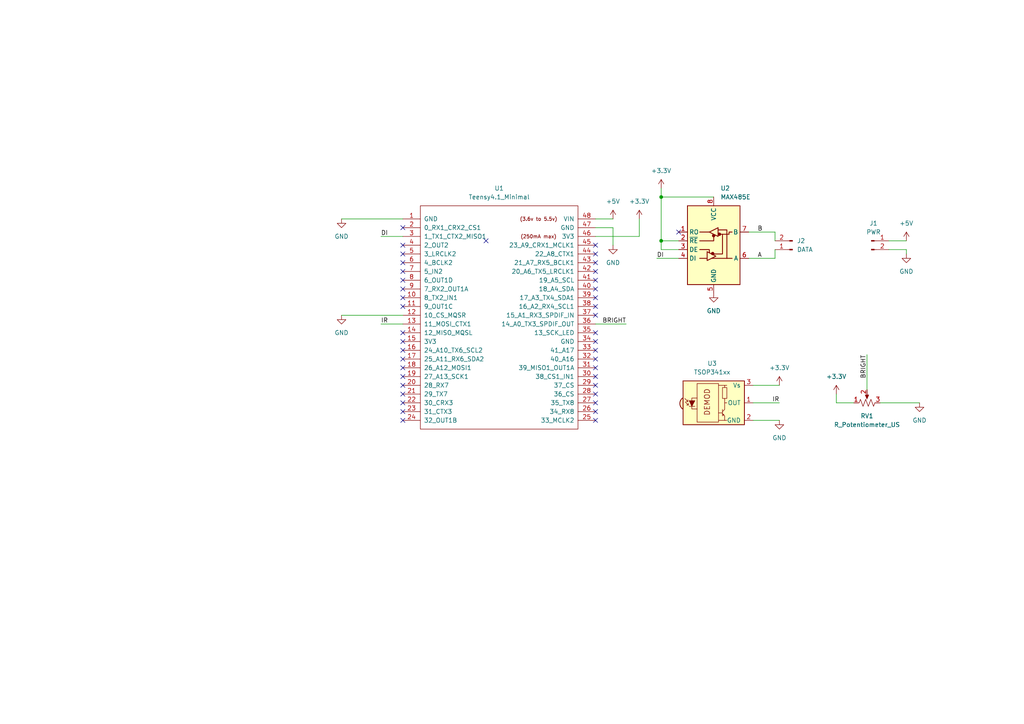
<source format=kicad_sch>
(kicad_sch (version 20230121) (generator eeschema)
  (paper "A4")
  (lib_symbols
    (symbol "Connector:Conn_01x02_Pin" (pin_names (offset 1.016) hide)
      (property "Reference" "J" (at 0 2.54 0))
      (property "Value" "Conn_01x02_Pin" (at 0 -5.08 0))
      (symbol "Conn_01x02_Pin_1_1"
        (polyline (pts (xy 1.27 -2.54) (xy 0.8636 -2.54)) (stroke (width 0.1524)))
        (polyline (pts (xy 1.27 0) (xy 0.8636 0)) (stroke (width 0.1524)))
        (rectangle (start 0.8636 -2.413) (end 0 -2.667) (stroke (width 0.1524)) (fill (type outline)))
        (rectangle (start 0.8636 0.127) (end 0 -0.127) (stroke (width 0.1524)) (fill (type outline)))
        (pin passive line (at 5.08 0 180) (length 3.81) (name "Pin_1") (number "1"))
        (pin passive line (at 5.08 -2.54 180) (length 3.81) (name "Pin_2") (number "2"))
      )
    )
    (symbol "Device:R_Potentiometer_US" (pin_names (offset 1.016) hide)
      (property "Reference" "RV" (at -4.445 0 90))
      (property "Value" "R_Potentiometer_US" (at -2.54 0 90))
      (symbol "R_Potentiometer_US_0_1"
        (polyline (pts (xy 0 -2.286) (xy 0 -2.54)))
        (polyline (pts (xy 0 2.54) (xy 0 2.286)))
        (polyline (pts (xy 2.54 0) (xy 1.524 0)))
        (polyline (pts (xy 1.143 0) (xy 2.286 0.508) (xy 2.286 -0.508) (xy 1.143 0)) (fill (type outline)))
        (polyline (pts (xy 0 -0.762) (xy 1.016 -1.143) (xy 0 -1.524) (xy -1.016 -1.905) (xy 0 -2.286)))
        (polyline (pts (xy 0 0.762) (xy 1.016 0.381) (xy 0 0) (xy -1.016 -0.381) (xy 0 -0.762)))
        (polyline (pts (xy 0 2.286) (xy 1.016 1.905) (xy 0 1.524) (xy -1.016 1.143) (xy 0 0.762)))
      )
      (symbol "R_Potentiometer_US_1_1"
        (pin passive line (at 0 3.81 270) (length 1.27) (name "1") (number "1"))
        (pin passive line (at 3.81 0 180) (length 1.27) (name "2") (number "2"))
        (pin passive line (at 0 -3.81 90) (length 1.27) (name "3") (number "3"))
      )
    )
    (symbol "Interface_Optical:TSOP341xx" (pin_names (offset 1.016))
      (property "Reference" "U" (at -10.16 7.62 0))
      (property "Value" "TSOP341xx" (at -10.16 -7.62 0))
      (symbol "TSOP341xx_0_0"
        (arc (start -10.287 1.397) (mid -11.0899 -0.1852) (end -10.287 -1.778) (stroke (width 0.254)) (fill (type background)))
        (polyline (pts (xy 1.905 -5.08) (xy 0.127 -5.08)))
        (polyline (pts (xy 1.905 5.08) (xy 0.127 5.08)))
        (text "DEMOD" (at -3.175 0.254 900) (effects (font (size 1.524 1.524))))
      )
      (symbol "TSOP341xx_0_1"
        (rectangle (start -6.096 5.588) (end 0.127 -5.588))
        (polyline (pts (xy -8.763 0.381) (xy -9.652 1.27)))
        (polyline (pts (xy -8.763 0.381) (xy -9.271 0.381)))
        (polyline (pts (xy -8.763 0.381) (xy -8.763 0.889)))
        (polyline (pts (xy -8.636 -0.635) (xy -9.525 0.254)))
        (polyline (pts (xy -8.636 -0.635) (xy -9.144 -0.635)))
        (polyline (pts (xy -8.636 -0.635) (xy -8.636 -0.127)))
        (polyline (pts (xy -8.382 -1.016) (xy -6.731 -1.016)))
        (polyline (pts (xy 1.27 -2.921) (xy 0.127 -2.921)))
        (polyline (pts (xy 1.27 -1.905) (xy 1.27 -3.81)))
        (polyline (pts (xy 1.397 -3.556) (xy 1.524 -3.556)))
        (polyline (pts (xy 1.651 -3.556) (xy 1.524 -3.556)))
        (polyline (pts (xy 1.651 -3.556) (xy 1.651 -3.302)))
        (polyline (pts (xy 1.905 0) (xy 1.905 1.27)))
        (polyline (pts (xy 1.905 4.445) (xy 1.905 5.08) (xy 2.54 5.08)))
        (polyline (pts (xy -8.382 0.635) (xy -6.731 0.635) (xy -7.62 -1.016) (xy -8.382 0.635)) (fill (type outline)))
        (polyline (pts (xy -6.096 1.397) (xy -7.62 1.397) (xy -7.62 -1.778) (xy -6.096 -1.778)))
        (polyline (pts (xy 1.27 -3.175) (xy 1.905 -3.81) (xy 1.905 -5.08) (xy 2.54 -5.08)))
        (polyline (pts (xy 1.27 -2.54) (xy 1.905 -1.905) (xy 1.905 0) (xy 2.54 0)))
        (rectangle (start 2.54 1.27) (end 1.27 4.445))
        (rectangle (start 7.62 6.35) (end -10.16 -6.35) (stroke (width 0.254)) (fill (type background)))
      )
      (symbol "TSOP341xx_1_1"
        (pin output line (at 10.16 0 180) (length 2.54) (name "OUT") (number "1"))
        (pin power_in line (at 10.16 -5.08 180) (length 2.54) (name "GND") (number "2"))
        (pin power_in line (at 10.16 5.08 180) (length 2.54) (name "Vs") (number "3"))
      )
    )
    (symbol "Interface_UART:MAX485E"
      (property "Reference" "U" (at -6.096 11.43 0))
      (property "Value" "MAX485E" (at 0.762 11.43 0))
      (symbol "MAX485E_0_1"
        (rectangle (start -7.62 10.16) (end 7.62 -12.7) (stroke (width 0.254)) (fill (type background)))
        (circle (center -0.3048 -3.683) (radius 0.3556) (stroke (width 0.254)) (fill (type outline)))
        (circle (center -0.0254 1.4986) (radius 0.3556) (stroke (width 0.254)) (fill (type outline)))
        (polyline (pts (xy -4.064 -5.08) (xy -1.905 -5.08)) (stroke (width 0.254)))
        (polyline (pts (xy -4.064 2.54) (xy -1.27 2.54)) (stroke (width 0.254)))
        (polyline (pts (xy -1.27 -3.2004) (xy -1.27 -3.4544)) (stroke (width 0.254)))
        (polyline (pts (xy -0.635 -5.08) (xy 5.334 -5.08)) (stroke (width 0.254)))
        (polyline (pts (xy -4.064 -2.54) (xy -1.27 -2.54) (xy -1.27 -3.175)) (stroke (width 0.254)))
        (polyline (pts (xy 0 1.27) (xy 0 0) (xy -4.064 0)) (stroke (width 0.254)))
        (polyline (pts (xy 1.27 3.175) (xy 3.81 3.175) (xy 3.81 -5.08)) (stroke (width 0.254)))
        (polyline (pts (xy 2.54 1.905) (xy 2.54 -3.81) (xy 0 -3.81)) (stroke (width 0.254)))
        (polyline (pts (xy -1.905 -3.175) (xy -1.905 -5.715) (xy 0.635 -4.445) (xy -1.905 -3.175)) (stroke (width 0.254)))
        (polyline (pts (xy -1.27 2.54) (xy 1.27 3.81) (xy 1.27 1.27) (xy -1.27 2.54)) (stroke (width 0.254)))
        (polyline (pts (xy 1.905 1.905) (xy 4.445 1.905) (xy 4.445 2.54) (xy 5.334 2.54)) (stroke (width 0.254)))
        (rectangle (start 1.27 3.175) (end 1.27 3.175))
        (circle (center 1.651 1.905) (radius 0.3556) (stroke (width 0.254)) (fill (type outline)))
      )
      (symbol "MAX485E_1_1"
        (pin output line (at -10.16 2.54 0) (length 2.54) (name "RO") (number "1"))
        (pin input line (at -10.16 0 0) (length 2.54) (name "~{RE}") (number "2"))
        (pin input line (at -10.16 -2.54 0) (length 2.54) (name "DE") (number "3"))
        (pin input line (at -10.16 -5.08 0) (length 2.54) (name "DI") (number "4"))
        (pin power_in line (at 0 -15.24 90) (length 2.54) (name "GND") (number "5"))
        (pin bidirectional line (at 10.16 -5.08 180) (length 2.54) (name "A") (number "6"))
        (pin bidirectional line (at 10.16 2.54 180) (length 2.54) (name "B") (number "7"))
        (pin power_in line (at 0 12.7 270) (length 2.54) (name "VCC") (number "8"))
      )
    )
    (symbol "Joels KiCad Symbol Library:Teensy4.1_Minimal" (pin_names (offset 1.016))
      (property "Reference" "U" (at 0 62.23 0))
      (property "Value" "Teensy4.1_Minimal" (at 1.27 59.69 0))
      (symbol "Teensy4.1_Minimal_0_0"
        (text "(250mA max)" (at 11.43 49.53 0) (effects (font (size 1.016 1.016))))
        (text "(3.6v to 5.5v)" (at 11.43 54.61 0) (effects (font (size 1.016 1.016))))
        (pin bidirectional line (at -27.94 31.75 0) (length 5.08) (name "8_TX2_IN1") (number "10"))
        (pin bidirectional line (at -27.94 29.21 0) (length 5.08) (name "9_OUT1C") (number "11"))
        (pin bidirectional line (at -27.94 26.67 0) (length 5.08) (name "10_CS_MQSR") (number "12"))
        (pin bidirectional line (at -27.94 24.13 0) (length 5.08) (name "11_MOSI_CTX1") (number "13"))
        (pin bidirectional line (at -27.94 21.59 0) (length 5.08) (name "12_MISO_MQSL") (number "14"))
        (pin power_in line (at -27.94 19.05 0) (length 5.08) (name "3V3") (number "15"))
        (pin bidirectional line (at -27.94 16.51 0) (length 5.08) (name "24_A10_TX6_SCL2") (number "16"))
        (pin bidirectional line (at -27.94 13.97 0) (length 5.08) (name "25_A11_RX6_SDA2") (number "17"))
        (pin bidirectional line (at -27.94 11.43 0) (length 5.08) (name "26_A12_MOSI1") (number "18"))
        (pin bidirectional line (at -27.94 8.89 0) (length 5.08) (name "27_A13_SCK1") (number "19"))
        (pin bidirectional line (at -27.94 6.35 0) (length 5.08) (name "28_RX7") (number "20"))
        (pin bidirectional line (at -27.94 3.81 0) (length 5.08) (name "29_TX7") (number "21"))
        (pin bidirectional line (at -27.94 1.27 0) (length 5.08) (name "30_CRX3") (number "22"))
        (pin bidirectional line (at -27.94 -1.27 0) (length 5.08) (name "31_CTX3") (number "23"))
        (pin bidirectional line (at -27.94 -3.81 0) (length 5.08) (name "32_OUT1B") (number "24"))
        (pin bidirectional line (at 27.94 -3.81 180) (length 5.08) (name "33_MCLK2") (number "25"))
        (pin bidirectional line (at 27.94 -1.27 180) (length 5.08) (name "34_RX8") (number "26"))
        (pin bidirectional line (at 27.94 1.27 180) (length 5.08) (name "35_TX8") (number "27"))
        (pin bidirectional line (at 27.94 3.81 180) (length 5.08) (name "36_CS") (number "28"))
        (pin bidirectional line (at 27.94 6.35 180) (length 5.08) (name "37_CS") (number "29"))
        (pin bidirectional line (at 27.94 8.89 180) (length 5.08) (name "38_CS1_IN1") (number "30"))
        (pin bidirectional line (at 27.94 11.43 180) (length 5.08) (name "39_MISO1_OUT1A") (number "31"))
        (pin bidirectional line (at 27.94 13.97 180) (length 5.08) (name "40_A16") (number "32"))
        (pin bidirectional line (at 27.94 16.51 180) (length 5.08) (name "41_A17") (number "33"))
        (pin bidirectional line (at 27.94 21.59 180) (length 5.08) (name "13_SCK_LED") (number "35"))
        (pin bidirectional line (at 27.94 24.13 180) (length 5.08) (name "14_A0_TX3_SPDIF_OUT") (number "36"))
        (pin bidirectional line (at 27.94 26.67 180) (length 5.08) (name "15_A1_RX3_SPDIF_IN") (number "37"))
        (pin bidirectional line (at 27.94 29.21 180) (length 5.08) (name "16_A2_RX4_SCL1") (number "38"))
        (pin bidirectional line (at 27.94 31.75 180) (length 5.08) (name "17_A3_TX4_SDA1") (number "39"))
        (pin bidirectional line (at 27.94 34.29 180) (length 5.08) (name "18_A4_SDA") (number "40"))
        (pin bidirectional line (at 27.94 36.83 180) (length 5.08) (name "19_A5_SCL") (number "41"))
        (pin bidirectional line (at 27.94 39.37 180) (length 5.08) (name "20_A6_TX5_LRCLK1") (number "42"))
        (pin bidirectional line (at 27.94 41.91 180) (length 5.08) (name "21_A7_RX5_BCLK1") (number "43"))
        (pin bidirectional line (at 27.94 44.45 180) (length 5.08) (name "22_A8_CTX1") (number "44"))
        (pin bidirectional line (at 27.94 46.99 180) (length 5.08) (name "23_A9_CRX1_MCLK1") (number "45"))
        (pin power_in line (at 27.94 49.53 180) (length 5.08) (name "3V3") (number "46"))
        (pin power_in line (at 27.94 52.07 180) (length 5.08) (name "GND") (number "47"))
        (pin power_in line (at 27.94 54.61 180) (length 5.08) (name "VIN") (number "48"))
        (pin bidirectional line (at -27.94 44.45 0) (length 5.08) (name "3_LRCLK2") (number "5"))
        (pin bidirectional line (at -27.94 41.91 0) (length 5.08) (name "4_BCLK2") (number "6"))
        (pin bidirectional line (at -27.94 39.37 0) (length 5.08) (name "5_IN2") (number "7"))
        (pin bidirectional line (at -27.94 36.83 0) (length 5.08) (name "6_OUT1D") (number "8"))
        (pin bidirectional line (at -27.94 34.29 0) (length 5.08) (name "7_RX2_OUT1A") (number "9"))
      )
      (symbol "Teensy4.1_Minimal_0_1"
        (rectangle (start -22.86 58.42) (end 22.86 -6.35))
        (rectangle (start -20.32 -1.27) (end -20.32 -1.27))
      )
      (symbol "Teensy4.1_Minimal_1_1"
        (pin power_in line (at -27.94 54.61 0) (length 5.08) (name "GND") (number "1"))
        (pin bidirectional line (at -27.94 52.07 0) (length 5.08) (name "0_RX1_CRX2_CS1") (number "2"))
        (pin bidirectional line (at -27.94 49.53 0) (length 5.08) (name "1_TX1_CTX2_MISO1") (number "3"))
        (pin power_in line (at 27.94 19.05 180) (length 5.08) (name "GND") (number "34"))
        (pin bidirectional line (at -27.94 46.99 0) (length 5.08) (name "2_OUT2") (number "4"))
      )
    )
    (symbol "power:+3.3V" (power) (pin_names (offset 0))
      (property "Value" "+3.3V" (at 0 3.556 0))
      (symbol "+3.3V_0_1"
        (polyline (pts (xy -0.762 1.27) (xy 0 2.54)))
        (polyline (pts (xy 0 0) (xy 0 2.54)))
        (polyline (pts (xy 0 2.54) (xy 0.762 1.27)))
      )
      (symbol "+3.3V_1_1"
        (pin power_in line (at 0 0 90) (length 0) hide (name "+3.3V") (number "1"))
      )
    )
    (symbol "power:+5V" (power) (pin_names (offset 0))
      (property "Value" "+5V" (at 0 3.556 0))
      (symbol "+5V_0_1"
        (polyline (pts (xy -0.762 1.27) (xy 0 2.54)))
        (polyline (pts (xy 0 0) (xy 0 2.54)))
        (polyline (pts (xy 0 2.54) (xy 0.762 1.27)))
      )
      (symbol "+5V_1_1"
        (pin power_in line (at 0 0 90) (length 0) hide (name "+5V") (number "1"))
      )
    )
    (symbol "power:GND" (power) (pin_names (offset 0))
      (property "Value" "GND" (at 0 -3.81 0))
      (symbol "GND_0_1"
        (polyline (pts (xy 0 0) (xy 0 -1.27) (xy 1.27 -1.27) (xy 0 -2.54) (xy -1.27 -1.27) (xy 0 -1.27)))
      )
      (symbol "GND_1_1"
        (pin power_in line (at 0 0 270) (length 0) hide (name "GND") (number "1"))
      )
    )
  )
  (junction (at 191.77 69.85))
  (junction (at 191.77 57.15))
  (no_connect (at 116.84 66.04))
  (no_connect (at 116.84 111.76))
  (no_connect (at 140.97 69.85))
  (no_connect (at 172.72 101.6))
  (no_connect (at 116.84 81.28))
  (no_connect (at 116.84 78.74))
  (no_connect (at 172.72 78.74))
  (no_connect (at 172.72 106.68))
  (no_connect (at 116.84 109.22))
  (no_connect (at 172.72 114.3))
  (no_connect (at 172.72 99.06))
  (no_connect (at 172.72 121.92))
  (no_connect (at 116.84 104.14))
  (no_connect (at 116.84 119.38))
  (no_connect (at 172.72 76.2))
  (no_connect (at 172.72 116.84))
  (no_connect (at 116.84 76.2))
  (no_connect (at 116.84 88.9))
  (no_connect (at 172.72 111.76))
  (no_connect (at 116.84 114.3))
  (no_connect (at 116.84 121.92))
  (no_connect (at 116.84 96.52))
  (no_connect (at 172.72 104.14))
  (no_connect (at 116.84 106.68))
  (no_connect (at 172.72 86.36))
  (no_connect (at 116.84 83.82))
  (no_connect (at 116.84 73.66))
  (no_connect (at 116.84 116.84))
  (no_connect (at 172.72 109.22))
  (no_connect (at 172.72 81.28))
  (no_connect (at 172.72 96.52))
  (no_connect (at 172.72 91.44))
  (no_connect (at 116.84 101.6))
  (no_connect (at 172.72 119.38))
  (no_connect (at 172.72 83.82))
  (no_connect (at 116.84 71.12))
  (no_connect (at 172.72 73.66))
  (no_connect (at 172.72 88.9))
  (no_connect (at 116.84 99.06))
  (no_connect (at 116.84 86.36))
  (no_connect (at 172.72 71.12))
  (no_connect (at 196.85 67.31))
  (wire (pts (xy 224.79 67.31) (xy 224.79 69.85)))
  (wire (pts (xy 172.72 66.04) (xy 177.8 66.04)))
  (wire (pts (xy 196.85 69.85) (xy 191.77 69.85)))
  (wire (pts (xy 262.89 72.39) (xy 257.81 72.39)))
  (wire (pts (xy 262.89 73.66) (xy 262.89 72.39)))
  (wire (pts (xy 257.81 69.85) (xy 262.89 69.85)))
  (wire (pts (xy 217.17 67.31) (xy 224.79 67.31)))
  (wire (pts (xy 99.06 63.5) (xy 116.84 63.5)))
  (wire (pts (xy 251.46 102.87) (xy 251.46 113.03)))
  (wire (pts (xy 190.5 74.93) (xy 196.85 74.93)))
  (wire (pts (xy 191.77 57.15) (xy 191.77 54.61)))
  (wire (pts (xy 255.27 116.84) (xy 266.7 116.84)))
  (wire (pts (xy 191.77 57.15) (xy 207.01 57.15)))
  (wire (pts (xy 177.8 66.04) (xy 177.8 71.12)))
  (wire (pts (xy 242.57 116.84) (xy 242.57 114.3)))
  (wire (pts (xy 172.72 93.98) (xy 181.61 93.98)))
  (wire (pts (xy 247.65 116.84) (xy 242.57 116.84)))
  (wire (pts (xy 218.44 111.76) (xy 226.06 111.76)))
  (wire (pts (xy 218.44 121.92) (xy 226.06 121.92)))
  (wire (pts (xy 99.06 91.44) (xy 116.84 91.44)))
  (wire (pts (xy 218.44 116.84) (xy 226.06 116.84)))
  (wire (pts (xy 110.49 68.58) (xy 116.84 68.58)))
  (wire (pts (xy 185.42 68.58) (xy 185.42 63.5)))
  (wire (pts (xy 110.49 93.98) (xy 116.84 93.98)))
  (wire (pts (xy 191.77 72.39) (xy 191.77 69.85)))
  (wire (pts (xy 196.85 72.39) (xy 191.77 72.39)))
  (wire (pts (xy 172.72 63.5) (xy 177.8 63.5)))
  (wire (pts (xy 224.79 74.93) (xy 217.17 74.93)))
  (wire (pts (xy 172.72 68.58) (xy 185.42 68.58)))
  (wire (pts (xy 191.77 69.85) (xy 191.77 57.15)))
  (wire (pts (xy 224.79 72.39) (xy 224.79 74.93)))
  (label "BRIGHT" (at 251.46 102.87 270))
  (label "DI" (at 190.5 74.93 0))
  (label "A" (at 219.71 74.93 0))
  (label "B" (at 219.71 67.31 0))
  (label "DI" (at 110.49 68.58 0))
  (label "IR" (at 110.49 93.98 0))
  (label "BRIGHT" (at 181.61 93.98 180))
  (label "IR" (at 226.06 116.84 180))
  (symbol (lib_id "power:GND") (at 207.01 85.09 0) (unit 1)
    (property "Reference" "#PWR013" (effects hide))
    (property "Value" "GND" (at 207.01 90.17 0))
  )
  (symbol (lib_id "power:+3.3V") (at 226.06 111.76 0) (unit 1)
    (property "Reference" "#PWR08" (effects hide))
    (property "Value" "+3.3V" (at 226.06 106.68 0))
  )
  (symbol (lib_id "power:GND") (at 99.06 63.5 0) (unit 1)
    (property "Reference" "#PWR03" (effects hide))
    (property "Value" "GND" (at 99.06 68.58 0))
  )
  (symbol (lib_id "power:GND") (at 226.06 121.92 0) (unit 1)
    (property "Reference" "#PWR09" (effects hide))
    (property "Value" "GND" (at 226.06 127 0))
  )
  (symbol (lib_id "power:GND") (at 177.8 71.12 0) (unit 1)
    (property "Reference" "#PWR05" (effects hide))
    (property "Value" "GND" (at 177.8 76.2 0))
  )
  (symbol (lib_id "power:+3.3V") (at 185.42 63.5 0) (unit 1)
    (property "Reference" "#PWR06" (effects hide))
    (property "Value" "+3.3V" (at 185.42 58.42 0))
  )
  (symbol (lib_id "power:+3.3V") (at 242.57 114.3 0) (unit 1)
    (property "Reference" "#PWR010" (effects hide))
    (property "Value" "+3.3V" (at 242.57 109.22 0))
  )
  (symbol (lib_id "Interface_Optical:TSOP341xx") (at 208.28 116.84 0) (unit 1)
    (property "Reference" "U3" (at 206.545 105.41 0))
    (property "Value" "TSOP341xx" (at 206.545 107.95 0))
    (property "Footprint" "OptoDevice:Vishay_MOLD-3Pin" (effects hide))
    (property "Datasheet" "http://www.vishay.com/docs/82490/tsop321.pdf" (effects hide))
  )
  (symbol (lib_id "Connector:Conn_01x02_Pin") (at 252.73 69.85 0) (unit 1)
    (property "Reference" "J1" (at 253.365 64.77 0))
    (property "Value" "PWR" (at 253.365 67.31 0))
    (property "Footprint" "Connector_Phoenix_MSTB:PhoenixContact_MSTBA_2,5_2-G-5,08_1x02_P5.08mm_Horizontal" (effects hide))
  )
  (symbol (lib_id "power:+5V") (at 262.89 69.85 0) (unit 1)
    (property "Reference" "#PWR02" (effects hide))
    (property "Value" "+5V" (at 262.89 64.77 0))
  )
  (symbol (lib_id "Joels KiCad Symbol Library:Teensy4.1_Minimal") (at 144.78 118.11 0) (unit 1)
    (property "Reference" "U1" (at 144.78 54.61 0))
    (property "Value" "Teensy4.1_Minimal" (at 144.78 57.15 0))
    (property "Footprint" "Joels KiCad Footprint Library:Teensy41_Minimal" (effects hide))
  )
  (symbol (lib_id "power:GND") (at 266.7 116.84 0) (unit 1)
    (property "Reference" "#PWR011" (effects hide))
    (property "Value" "GND" (at 266.7 121.92 0))
  )
  (symbol (lib_id "power:GND") (at 262.89 73.66 0) (unit 1)
    (property "Reference" "#PWR01" (effects hide))
    (property "Value" "GND" (at 262.89 78.74 0))
  )
  (symbol (lib_id "Connector:Conn_01x02_Pin") (at 229.87 72.39 180) (unit 1)
    (property "Reference" "J2" (at 231.14 69.85 0) (effects (justify right)))
    (property "Value" "DATA" (at 231.14 72.39 0) (effects (justify right)))
    (property "Footprint" "Connector_Phoenix_MSTB:PhoenixContact_MSTBA_2,5_2-G-5,08_1x02_P5.08mm_Horizontal" (effects hide))
  )
  (symbol (lib_id "power:+5V") (at 177.8 63.5 0) (unit 1)
    (property "Reference" "#PWR04" (effects hide))
    (property "Value" "+5V" (at 177.8 58.42 0))
  )
  (symbol (lib_id "Interface_UART:MAX485E") (at 207.01 69.85 0) (unit 1)
    (property "Reference" "U2" (at 208.9659 54.61 0) (effects (justify left)))
    (property "Value" "MAX485E" (at 208.9659 57.15 0) (effects (justify left)))
    (property "Footprint" "Joels KiCad Footprint Library:Max485-Module" (effects hide))
    (property "Datasheet" "https://datasheets.maximintegrated.com/en/ds/MAX1487E-MAX491E.pdf" (effects hide))
  )
  (symbol (lib_id "Device:R_Potentiometer_US") (at 251.46 116.84 90) (unit 1)
    (property "Reference" "RV1" (at 251.46 120.65 90))
    (property "Value" "R_Potentiometer_US" (at 251.46 123.19 90))
    (property "Footprint" "Potentiometer_THT:Potentiometer_Alpha_RD901F-40-00D_Single_Vertical" (effects hide))
  )
  (symbol (lib_id "power:+3.3V") (at 191.77 54.61 0) (unit 1)
    (property "Reference" "#PWR012" (effects hide))
    (property "Value" "+3.3V" (at 191.77 49.53 0))
  )
  (symbol (lib_id "power:GND") (at 99.06 91.44 0) (unit 1)
    (property "Reference" "#PWR07" (effects hide))
    (property "Value" "GND" (at 99.06 96.52 0))
  )
)
</source>
